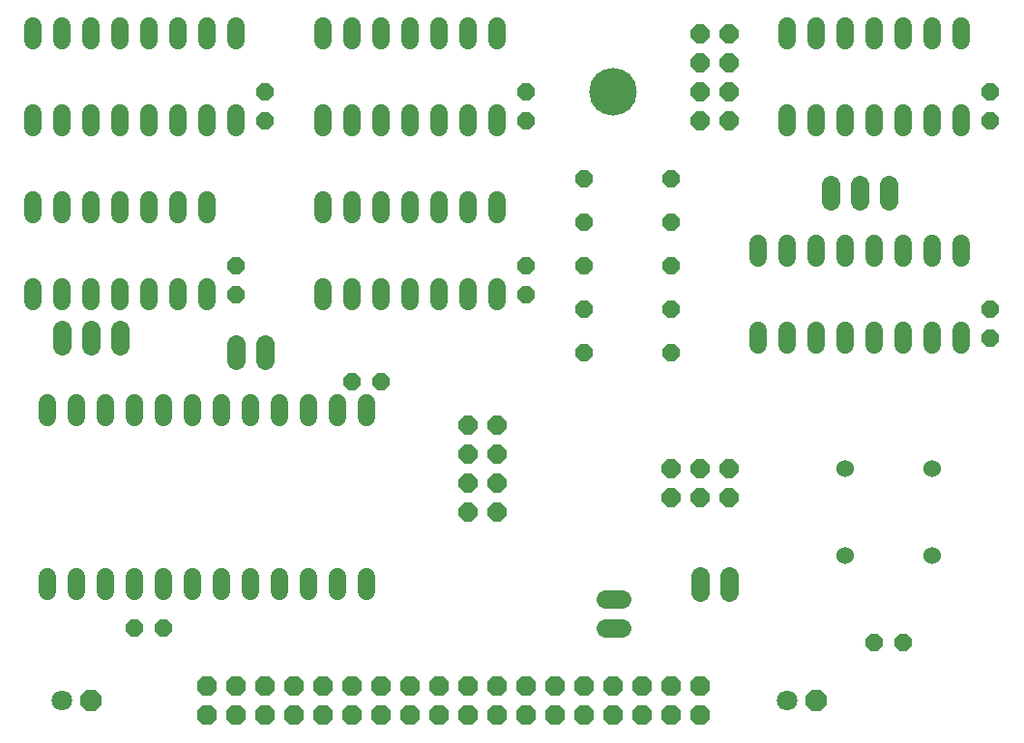
<source format=gts>
G04 EAGLE Gerber RS-274X export*
G75*
%MOMM*%
%FSLAX34Y34*%
%LPD*%
%INSoldermask Top*%
%IPPOS*%
%AMOC8*
5,1,8,0,0,1.08239X$1,22.5*%
G01*
%ADD10P,1.649562X8X112.500000*%
%ADD11C,4.165600*%
%ADD12P,1.869504X8X202.500000*%
%ADD13C,1.625600*%
%ADD14C,1.524000*%
%ADD15P,1.759533X8X112.500000*%
%ADD16P,1.649562X8X22.500000*%
%ADD17P,1.649562X8X202.500000*%
%ADD18P,1.759533X8X22.500000*%
%ADD19C,1.524000*%
%ADD20P,1.951982X8X22.500000*%
%ADD21C,1.803400*%


D10*
X228600Y406400D03*
X228600Y431800D03*
X482600Y406400D03*
X482600Y431800D03*
X482600Y558800D03*
X482600Y584200D03*
X889000Y558800D03*
X889000Y584200D03*
X254000Y558800D03*
X254000Y584200D03*
D11*
X558800Y584200D03*
D12*
X635000Y63500D03*
X609600Y63500D03*
X584200Y63500D03*
X558800Y63500D03*
X533400Y63500D03*
X508000Y63500D03*
X635000Y38100D03*
X609600Y38100D03*
X584200Y38100D03*
X558800Y38100D03*
X533400Y38100D03*
X508000Y38100D03*
X482600Y63500D03*
X482600Y38100D03*
X457200Y63500D03*
X431800Y63500D03*
X406400Y63500D03*
X381000Y63500D03*
X355600Y63500D03*
X330200Y63500D03*
X457200Y38100D03*
X431800Y38100D03*
X406400Y38100D03*
X381000Y38100D03*
X355600Y38100D03*
X330200Y38100D03*
X304800Y63500D03*
X304800Y38100D03*
X279400Y63500D03*
X254000Y63500D03*
X228600Y63500D03*
X203200Y63500D03*
X279400Y38100D03*
X254000Y38100D03*
X228600Y38100D03*
X203200Y38100D03*
D13*
X551688Y114300D02*
X565912Y114300D01*
X565912Y139700D02*
X551688Y139700D01*
D14*
X342900Y298196D02*
X342900Y311404D01*
X317500Y311404D02*
X317500Y298196D01*
X292100Y298196D02*
X292100Y311404D01*
X266700Y311404D02*
X266700Y298196D01*
X241300Y298196D02*
X241300Y311404D01*
X215900Y311404D02*
X215900Y298196D01*
X190500Y298196D02*
X190500Y311404D01*
X165100Y311404D02*
X165100Y298196D01*
X139700Y298196D02*
X139700Y311404D01*
X114300Y311404D02*
X114300Y298196D01*
X88900Y298196D02*
X88900Y311404D01*
X63500Y311404D02*
X63500Y298196D01*
X63500Y159004D02*
X63500Y145796D01*
X88900Y145796D02*
X88900Y159004D01*
X114300Y159004D02*
X114300Y145796D01*
X139700Y145796D02*
X139700Y159004D01*
X165100Y159004D02*
X165100Y145796D01*
X190500Y145796D02*
X190500Y159004D01*
X215900Y159004D02*
X215900Y145796D01*
X241300Y145796D02*
X241300Y159004D01*
X266700Y159004D02*
X266700Y145796D01*
X292100Y145796D02*
X292100Y159004D01*
X317500Y159004D02*
X317500Y145796D01*
X342900Y145796D02*
X342900Y159004D01*
D15*
X457200Y215900D03*
X431800Y215900D03*
X457200Y241300D03*
X431800Y241300D03*
X457200Y266700D03*
X431800Y266700D03*
X431800Y292100D03*
X457200Y292100D03*
D16*
X533400Y469900D03*
X609600Y469900D03*
X533400Y431800D03*
X609600Y431800D03*
D14*
X457200Y475996D02*
X457200Y489204D01*
X431800Y489204D02*
X431800Y475996D01*
X304800Y475996D02*
X304800Y489204D01*
X304800Y413004D02*
X304800Y399796D01*
X406400Y475996D02*
X406400Y489204D01*
X381000Y489204D02*
X381000Y475996D01*
X330200Y475996D02*
X330200Y489204D01*
X355600Y489204D02*
X355600Y475996D01*
X330200Y413004D02*
X330200Y399796D01*
X355600Y399796D02*
X355600Y413004D01*
X381000Y413004D02*
X381000Y399796D01*
X406400Y399796D02*
X406400Y413004D01*
X431800Y413004D02*
X431800Y399796D01*
X457200Y399796D02*
X457200Y413004D01*
X203200Y475996D02*
X203200Y489204D01*
X177800Y489204D02*
X177800Y475996D01*
X50800Y475996D02*
X50800Y489204D01*
X50800Y413004D02*
X50800Y399796D01*
X152400Y475996D02*
X152400Y489204D01*
X127000Y489204D02*
X127000Y475996D01*
X76200Y475996D02*
X76200Y489204D01*
X101600Y489204D02*
X101600Y475996D01*
X76200Y413004D02*
X76200Y399796D01*
X101600Y399796D02*
X101600Y413004D01*
X127000Y413004D02*
X127000Y399796D01*
X152400Y399796D02*
X152400Y413004D01*
X177800Y413004D02*
X177800Y399796D01*
X203200Y399796D02*
X203200Y413004D01*
X457200Y628396D02*
X457200Y641604D01*
X431800Y641604D02*
X431800Y628396D01*
X304800Y628396D02*
X304800Y641604D01*
X304800Y565404D02*
X304800Y552196D01*
X406400Y628396D02*
X406400Y641604D01*
X381000Y641604D02*
X381000Y628396D01*
X330200Y628396D02*
X330200Y641604D01*
X355600Y641604D02*
X355600Y628396D01*
X330200Y565404D02*
X330200Y552196D01*
X355600Y552196D02*
X355600Y565404D01*
X381000Y565404D02*
X381000Y552196D01*
X406400Y552196D02*
X406400Y565404D01*
X431800Y565404D02*
X431800Y552196D01*
X457200Y552196D02*
X457200Y565404D01*
D16*
X533400Y393700D03*
X609600Y393700D03*
D14*
X863600Y628396D02*
X863600Y641604D01*
X838200Y641604D02*
X838200Y628396D01*
X711200Y628396D02*
X711200Y641604D01*
X711200Y565404D02*
X711200Y552196D01*
X812800Y628396D02*
X812800Y641604D01*
X787400Y641604D02*
X787400Y628396D01*
X736600Y628396D02*
X736600Y641604D01*
X762000Y641604D02*
X762000Y628396D01*
X736600Y565404D02*
X736600Y552196D01*
X762000Y552196D02*
X762000Y565404D01*
X787400Y565404D02*
X787400Y552196D01*
X812800Y552196D02*
X812800Y565404D01*
X838200Y565404D02*
X838200Y552196D01*
X863600Y552196D02*
X863600Y565404D01*
X863600Y451104D02*
X863600Y437896D01*
X838200Y437896D02*
X838200Y451104D01*
X711200Y451104D02*
X711200Y437896D01*
X685800Y437896D02*
X685800Y451104D01*
X812800Y451104D02*
X812800Y437896D01*
X787400Y437896D02*
X787400Y451104D01*
X736600Y451104D02*
X736600Y437896D01*
X762000Y437896D02*
X762000Y451104D01*
X685800Y374904D02*
X685800Y361696D01*
X711200Y361696D02*
X711200Y374904D01*
X736600Y374904D02*
X736600Y361696D01*
X762000Y361696D02*
X762000Y374904D01*
X787400Y374904D02*
X787400Y361696D01*
X812800Y361696D02*
X812800Y374904D01*
X838200Y374904D02*
X838200Y361696D01*
X863600Y361696D02*
X863600Y374904D01*
D17*
X609600Y355600D03*
X533400Y355600D03*
D18*
X609600Y228600D03*
X609600Y254000D03*
X635000Y228600D03*
X635000Y254000D03*
X660400Y228600D03*
X660400Y254000D03*
D19*
X838200Y254000D03*
X762000Y254000D03*
X762000Y177800D03*
X838200Y177800D03*
D13*
X635000Y159512D02*
X635000Y145288D01*
X660400Y145288D02*
X660400Y159512D01*
D14*
X228600Y628396D02*
X228600Y641604D01*
X203200Y641604D02*
X203200Y628396D01*
X76200Y628396D02*
X76200Y641604D01*
X50800Y641604D02*
X50800Y628396D01*
X177800Y628396D02*
X177800Y641604D01*
X152400Y641604D02*
X152400Y628396D01*
X101600Y628396D02*
X101600Y641604D01*
X127000Y641604D02*
X127000Y628396D01*
X50800Y565404D02*
X50800Y552196D01*
X76200Y552196D02*
X76200Y565404D01*
X101600Y565404D02*
X101600Y552196D01*
X127000Y552196D02*
X127000Y565404D01*
X152400Y565404D02*
X152400Y552196D01*
X177800Y552196D02*
X177800Y565404D01*
X203200Y565404D02*
X203200Y552196D01*
X228600Y552196D02*
X228600Y565404D01*
D15*
X660400Y558800D03*
X635000Y558800D03*
X660400Y584200D03*
X635000Y584200D03*
X660400Y609600D03*
X635000Y609600D03*
X635000Y635000D03*
X660400Y635000D03*
D13*
X76200Y375412D02*
X76200Y361188D01*
X101600Y361188D02*
X101600Y375412D01*
X127000Y375412D02*
X127000Y361188D01*
X800100Y488188D02*
X800100Y502412D01*
X774700Y502412D02*
X774700Y488188D01*
X749300Y488188D02*
X749300Y502412D01*
X228600Y362712D02*
X228600Y348488D01*
X254000Y348488D02*
X254000Y362712D01*
D10*
X889000Y368300D03*
X889000Y393700D03*
D16*
X787400Y101600D03*
X812800Y101600D03*
X330200Y330200D03*
X355600Y330200D03*
X139700Y114300D03*
X165100Y114300D03*
D20*
X101600Y50800D03*
D21*
X76200Y50800D03*
D20*
X736600Y50800D03*
D21*
X711200Y50800D03*
D17*
X609600Y508000D03*
X533400Y508000D03*
M02*

</source>
